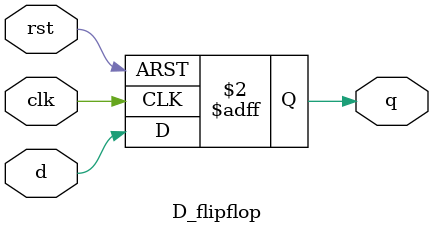
<source format=sv>
module D_flipflop(input clk, input d, input rst, output reg q);
  always@(posedge clk or posedge rst) begin
    if(rst)begin
      q<=1'b0;
    end else begin
      q<=d;
    end
  end
endmodule

</source>
